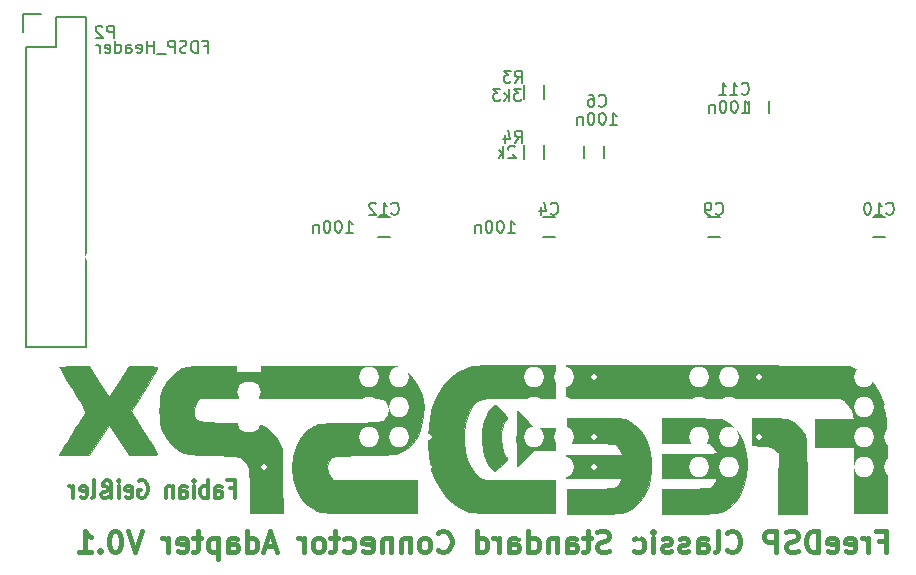
<source format=gbo>
G04 #@! TF.FileFunction,Legend,Bot*
%FSLAX46Y46*%
G04 Gerber Fmt 4.6, Leading zero omitted, Abs format (unit mm)*
G04 Created by KiCad (PCBNEW (2015-07-22 BZR 5980)-product) date Montag, 16. Mai 2016 'u53' 14:53:15*
%MOMM*%
G01*
G04 APERTURE LIST*
%ADD10C,0.100000*%
%ADD11C,0.400000*%
%ADD12C,0.300000*%
%ADD13C,0.150000*%
%ADD14C,5.000000*%
%ADD15C,0.500000*%
%ADD16C,1.000000*%
%ADD17C,1.501140*%
%ADD18R,1.500000X1.250000*%
%ADD19R,1.250000X1.500000*%
%ADD20C,1.699260*%
%ADD21R,1.699260X1.699260*%
%ADD22R,1.727200X2.032000*%
%ADD23O,1.727200X2.032000*%
%ADD24R,2.032000X1.727200*%
%ADD25O,2.032000X1.727200*%
%ADD26R,2.540000X2.540000*%
%ADD27C,2.540000*%
%ADD28R,1.727200X1.727200*%
%ADD29O,1.727200X1.727200*%
%ADD30R,1.300000X1.500000*%
%ADD31O,1.600000X2.300000*%
G04 APERTURE END LIST*
D10*
D11*
X218426284Y-107821429D02*
X219026284Y-107821429D01*
X219026284Y-108764286D02*
X219026284Y-106964286D01*
X218169141Y-106964286D01*
X217483427Y-108764286D02*
X217483427Y-107564286D01*
X217483427Y-107907143D02*
X217397712Y-107735714D01*
X217311998Y-107650000D01*
X217140569Y-107564286D01*
X216969141Y-107564286D01*
X215683426Y-108678571D02*
X215854855Y-108764286D01*
X216197712Y-108764286D01*
X216369141Y-108678571D01*
X216454855Y-108507143D01*
X216454855Y-107821429D01*
X216369141Y-107650000D01*
X216197712Y-107564286D01*
X215854855Y-107564286D01*
X215683426Y-107650000D01*
X215597712Y-107821429D01*
X215597712Y-107992857D01*
X216454855Y-108164286D01*
X214140569Y-108678571D02*
X214311998Y-108764286D01*
X214654855Y-108764286D01*
X214826284Y-108678571D01*
X214911998Y-108507143D01*
X214911998Y-107821429D01*
X214826284Y-107650000D01*
X214654855Y-107564286D01*
X214311998Y-107564286D01*
X214140569Y-107650000D01*
X214054855Y-107821429D01*
X214054855Y-107992857D01*
X214911998Y-108164286D01*
X213283427Y-108764286D02*
X213283427Y-106964286D01*
X212854855Y-106964286D01*
X212597712Y-107050000D01*
X212426284Y-107221429D01*
X212340569Y-107392857D01*
X212254855Y-107735714D01*
X212254855Y-107992857D01*
X212340569Y-108335714D01*
X212426284Y-108507143D01*
X212597712Y-108678571D01*
X212854855Y-108764286D01*
X213283427Y-108764286D01*
X211569141Y-108678571D02*
X211311998Y-108764286D01*
X210883427Y-108764286D01*
X210711998Y-108678571D01*
X210626284Y-108592857D01*
X210540569Y-108421429D01*
X210540569Y-108250000D01*
X210626284Y-108078571D01*
X210711998Y-107992857D01*
X210883427Y-107907143D01*
X211226284Y-107821429D01*
X211397712Y-107735714D01*
X211483427Y-107650000D01*
X211569141Y-107478571D01*
X211569141Y-107307143D01*
X211483427Y-107135714D01*
X211397712Y-107050000D01*
X211226284Y-106964286D01*
X210797712Y-106964286D01*
X210540569Y-107050000D01*
X209769141Y-108764286D02*
X209769141Y-106964286D01*
X209083426Y-106964286D01*
X208911998Y-107050000D01*
X208826283Y-107135714D01*
X208740569Y-107307143D01*
X208740569Y-107564286D01*
X208826283Y-107735714D01*
X208911998Y-107821429D01*
X209083426Y-107907143D01*
X209769141Y-107907143D01*
X205569140Y-108592857D02*
X205654854Y-108678571D01*
X205911997Y-108764286D01*
X206083426Y-108764286D01*
X206340569Y-108678571D01*
X206511997Y-108507143D01*
X206597712Y-108335714D01*
X206683426Y-107992857D01*
X206683426Y-107735714D01*
X206597712Y-107392857D01*
X206511997Y-107221429D01*
X206340569Y-107050000D01*
X206083426Y-106964286D01*
X205911997Y-106964286D01*
X205654854Y-107050000D01*
X205569140Y-107135714D01*
X204540569Y-108764286D02*
X204711997Y-108678571D01*
X204797712Y-108507143D01*
X204797712Y-106964286D01*
X203083426Y-108764286D02*
X203083426Y-107821429D01*
X203169140Y-107650000D01*
X203340569Y-107564286D01*
X203683426Y-107564286D01*
X203854855Y-107650000D01*
X203083426Y-108678571D02*
X203254855Y-108764286D01*
X203683426Y-108764286D01*
X203854855Y-108678571D01*
X203940569Y-108507143D01*
X203940569Y-108335714D01*
X203854855Y-108164286D01*
X203683426Y-108078571D01*
X203254855Y-108078571D01*
X203083426Y-107992857D01*
X202311998Y-108678571D02*
X202140569Y-108764286D01*
X201797712Y-108764286D01*
X201626284Y-108678571D01*
X201540569Y-108507143D01*
X201540569Y-108421429D01*
X201626284Y-108250000D01*
X201797712Y-108164286D01*
X202054855Y-108164286D01*
X202226284Y-108078571D01*
X202311998Y-107907143D01*
X202311998Y-107821429D01*
X202226284Y-107650000D01*
X202054855Y-107564286D01*
X201797712Y-107564286D01*
X201626284Y-107650000D01*
X200854855Y-108678571D02*
X200683426Y-108764286D01*
X200340569Y-108764286D01*
X200169141Y-108678571D01*
X200083426Y-108507143D01*
X200083426Y-108421429D01*
X200169141Y-108250000D01*
X200340569Y-108164286D01*
X200597712Y-108164286D01*
X200769141Y-108078571D01*
X200854855Y-107907143D01*
X200854855Y-107821429D01*
X200769141Y-107650000D01*
X200597712Y-107564286D01*
X200340569Y-107564286D01*
X200169141Y-107650000D01*
X199311998Y-108764286D02*
X199311998Y-107564286D01*
X199311998Y-106964286D02*
X199397712Y-107050000D01*
X199311998Y-107135714D01*
X199226283Y-107050000D01*
X199311998Y-106964286D01*
X199311998Y-107135714D01*
X197683426Y-108678571D02*
X197854855Y-108764286D01*
X198197712Y-108764286D01*
X198369140Y-108678571D01*
X198454855Y-108592857D01*
X198540569Y-108421429D01*
X198540569Y-107907143D01*
X198454855Y-107735714D01*
X198369140Y-107650000D01*
X198197712Y-107564286D01*
X197854855Y-107564286D01*
X197683426Y-107650000D01*
X195626283Y-108678571D02*
X195369140Y-108764286D01*
X194940569Y-108764286D01*
X194769140Y-108678571D01*
X194683426Y-108592857D01*
X194597711Y-108421429D01*
X194597711Y-108250000D01*
X194683426Y-108078571D01*
X194769140Y-107992857D01*
X194940569Y-107907143D01*
X195283426Y-107821429D01*
X195454854Y-107735714D01*
X195540569Y-107650000D01*
X195626283Y-107478571D01*
X195626283Y-107307143D01*
X195540569Y-107135714D01*
X195454854Y-107050000D01*
X195283426Y-106964286D01*
X194854854Y-106964286D01*
X194597711Y-107050000D01*
X194083425Y-107564286D02*
X193397711Y-107564286D01*
X193826283Y-106964286D02*
X193826283Y-108507143D01*
X193740568Y-108678571D01*
X193569140Y-108764286D01*
X193397711Y-108764286D01*
X192026283Y-108764286D02*
X192026283Y-107821429D01*
X192111997Y-107650000D01*
X192283426Y-107564286D01*
X192626283Y-107564286D01*
X192797712Y-107650000D01*
X192026283Y-108678571D02*
X192197712Y-108764286D01*
X192626283Y-108764286D01*
X192797712Y-108678571D01*
X192883426Y-108507143D01*
X192883426Y-108335714D01*
X192797712Y-108164286D01*
X192626283Y-108078571D01*
X192197712Y-108078571D01*
X192026283Y-107992857D01*
X191169141Y-107564286D02*
X191169141Y-108764286D01*
X191169141Y-107735714D02*
X191083426Y-107650000D01*
X190911998Y-107564286D01*
X190654855Y-107564286D01*
X190483426Y-107650000D01*
X190397712Y-107821429D01*
X190397712Y-108764286D01*
X188769141Y-108764286D02*
X188769141Y-106964286D01*
X188769141Y-108678571D02*
X188940570Y-108764286D01*
X189283427Y-108764286D01*
X189454855Y-108678571D01*
X189540570Y-108592857D01*
X189626284Y-108421429D01*
X189626284Y-107907143D01*
X189540570Y-107735714D01*
X189454855Y-107650000D01*
X189283427Y-107564286D01*
X188940570Y-107564286D01*
X188769141Y-107650000D01*
X187140570Y-108764286D02*
X187140570Y-107821429D01*
X187226284Y-107650000D01*
X187397713Y-107564286D01*
X187740570Y-107564286D01*
X187911999Y-107650000D01*
X187140570Y-108678571D02*
X187311999Y-108764286D01*
X187740570Y-108764286D01*
X187911999Y-108678571D01*
X187997713Y-108507143D01*
X187997713Y-108335714D01*
X187911999Y-108164286D01*
X187740570Y-108078571D01*
X187311999Y-108078571D01*
X187140570Y-107992857D01*
X186283428Y-108764286D02*
X186283428Y-107564286D01*
X186283428Y-107907143D02*
X186197713Y-107735714D01*
X186111999Y-107650000D01*
X185940570Y-107564286D01*
X185769142Y-107564286D01*
X184397713Y-108764286D02*
X184397713Y-106964286D01*
X184397713Y-108678571D02*
X184569142Y-108764286D01*
X184911999Y-108764286D01*
X185083427Y-108678571D01*
X185169142Y-108592857D01*
X185254856Y-108421429D01*
X185254856Y-107907143D01*
X185169142Y-107735714D01*
X185083427Y-107650000D01*
X184911999Y-107564286D01*
X184569142Y-107564286D01*
X184397713Y-107650000D01*
X181140570Y-108592857D02*
X181226284Y-108678571D01*
X181483427Y-108764286D01*
X181654856Y-108764286D01*
X181911999Y-108678571D01*
X182083427Y-108507143D01*
X182169142Y-108335714D01*
X182254856Y-107992857D01*
X182254856Y-107735714D01*
X182169142Y-107392857D01*
X182083427Y-107221429D01*
X181911999Y-107050000D01*
X181654856Y-106964286D01*
X181483427Y-106964286D01*
X181226284Y-107050000D01*
X181140570Y-107135714D01*
X180111999Y-108764286D02*
X180283427Y-108678571D01*
X180369142Y-108592857D01*
X180454856Y-108421429D01*
X180454856Y-107907143D01*
X180369142Y-107735714D01*
X180283427Y-107650000D01*
X180111999Y-107564286D01*
X179854856Y-107564286D01*
X179683427Y-107650000D01*
X179597713Y-107735714D01*
X179511999Y-107907143D01*
X179511999Y-108421429D01*
X179597713Y-108592857D01*
X179683427Y-108678571D01*
X179854856Y-108764286D01*
X180111999Y-108764286D01*
X178740571Y-107564286D02*
X178740571Y-108764286D01*
X178740571Y-107735714D02*
X178654856Y-107650000D01*
X178483428Y-107564286D01*
X178226285Y-107564286D01*
X178054856Y-107650000D01*
X177969142Y-107821429D01*
X177969142Y-108764286D01*
X177112000Y-107564286D02*
X177112000Y-108764286D01*
X177112000Y-107735714D02*
X177026285Y-107650000D01*
X176854857Y-107564286D01*
X176597714Y-107564286D01*
X176426285Y-107650000D01*
X176340571Y-107821429D01*
X176340571Y-108764286D01*
X174797714Y-108678571D02*
X174969143Y-108764286D01*
X175312000Y-108764286D01*
X175483429Y-108678571D01*
X175569143Y-108507143D01*
X175569143Y-107821429D01*
X175483429Y-107650000D01*
X175312000Y-107564286D01*
X174969143Y-107564286D01*
X174797714Y-107650000D01*
X174712000Y-107821429D01*
X174712000Y-107992857D01*
X175569143Y-108164286D01*
X173169143Y-108678571D02*
X173340572Y-108764286D01*
X173683429Y-108764286D01*
X173854857Y-108678571D01*
X173940572Y-108592857D01*
X174026286Y-108421429D01*
X174026286Y-107907143D01*
X173940572Y-107735714D01*
X173854857Y-107650000D01*
X173683429Y-107564286D01*
X173340572Y-107564286D01*
X173169143Y-107650000D01*
X172654857Y-107564286D02*
X171969143Y-107564286D01*
X172397715Y-106964286D02*
X172397715Y-108507143D01*
X172312000Y-108678571D01*
X172140572Y-108764286D01*
X171969143Y-108764286D01*
X171112001Y-108764286D02*
X171283429Y-108678571D01*
X171369144Y-108592857D01*
X171454858Y-108421429D01*
X171454858Y-107907143D01*
X171369144Y-107735714D01*
X171283429Y-107650000D01*
X171112001Y-107564286D01*
X170854858Y-107564286D01*
X170683429Y-107650000D01*
X170597715Y-107735714D01*
X170512001Y-107907143D01*
X170512001Y-108421429D01*
X170597715Y-108592857D01*
X170683429Y-108678571D01*
X170854858Y-108764286D01*
X171112001Y-108764286D01*
X169740573Y-108764286D02*
X169740573Y-107564286D01*
X169740573Y-107907143D02*
X169654858Y-107735714D01*
X169569144Y-107650000D01*
X169397715Y-107564286D01*
X169226287Y-107564286D01*
X167340572Y-108250000D02*
X166483429Y-108250000D01*
X167512000Y-108764286D02*
X166912000Y-106964286D01*
X166312000Y-108764286D01*
X164940572Y-108764286D02*
X164940572Y-106964286D01*
X164940572Y-108678571D02*
X165112001Y-108764286D01*
X165454858Y-108764286D01*
X165626286Y-108678571D01*
X165712001Y-108592857D01*
X165797715Y-108421429D01*
X165797715Y-107907143D01*
X165712001Y-107735714D01*
X165626286Y-107650000D01*
X165454858Y-107564286D01*
X165112001Y-107564286D01*
X164940572Y-107650000D01*
X163312001Y-108764286D02*
X163312001Y-107821429D01*
X163397715Y-107650000D01*
X163569144Y-107564286D01*
X163912001Y-107564286D01*
X164083430Y-107650000D01*
X163312001Y-108678571D02*
X163483430Y-108764286D01*
X163912001Y-108764286D01*
X164083430Y-108678571D01*
X164169144Y-108507143D01*
X164169144Y-108335714D01*
X164083430Y-108164286D01*
X163912001Y-108078571D01*
X163483430Y-108078571D01*
X163312001Y-107992857D01*
X162454859Y-107564286D02*
X162454859Y-109364286D01*
X162454859Y-107650000D02*
X162283430Y-107564286D01*
X161940573Y-107564286D01*
X161769144Y-107650000D01*
X161683430Y-107735714D01*
X161597716Y-107907143D01*
X161597716Y-108421429D01*
X161683430Y-108592857D01*
X161769144Y-108678571D01*
X161940573Y-108764286D01*
X162283430Y-108764286D01*
X162454859Y-108678571D01*
X161083430Y-107564286D02*
X160397716Y-107564286D01*
X160826288Y-106964286D02*
X160826288Y-108507143D01*
X160740573Y-108678571D01*
X160569145Y-108764286D01*
X160397716Y-108764286D01*
X159112002Y-108678571D02*
X159283431Y-108764286D01*
X159626288Y-108764286D01*
X159797717Y-108678571D01*
X159883431Y-108507143D01*
X159883431Y-107821429D01*
X159797717Y-107650000D01*
X159626288Y-107564286D01*
X159283431Y-107564286D01*
X159112002Y-107650000D01*
X159026288Y-107821429D01*
X159026288Y-107992857D01*
X159883431Y-108164286D01*
X158254860Y-108764286D02*
X158254860Y-107564286D01*
X158254860Y-107907143D02*
X158169145Y-107735714D01*
X158083431Y-107650000D01*
X157912002Y-107564286D01*
X157740574Y-107564286D01*
X156026287Y-106964286D02*
X155426287Y-108764286D01*
X154826287Y-106964286D01*
X153883430Y-106964286D02*
X153712002Y-106964286D01*
X153540573Y-107050000D01*
X153454859Y-107135714D01*
X153369145Y-107307143D01*
X153283430Y-107650000D01*
X153283430Y-108078571D01*
X153369145Y-108421429D01*
X153454859Y-108592857D01*
X153540573Y-108678571D01*
X153712002Y-108764286D01*
X153883430Y-108764286D01*
X154054859Y-108678571D01*
X154140573Y-108592857D01*
X154226288Y-108421429D01*
X154312002Y-108078571D01*
X154312002Y-107650000D01*
X154226288Y-107307143D01*
X154140573Y-107135714D01*
X154054859Y-107050000D01*
X153883430Y-106964286D01*
X152512002Y-108592857D02*
X152426287Y-108678571D01*
X152512002Y-108764286D01*
X152597716Y-108678571D01*
X152512002Y-108592857D01*
X152512002Y-108764286D01*
X150712001Y-108764286D02*
X151740573Y-108764286D01*
X151226287Y-108764286D02*
X151226287Y-106964286D01*
X151397716Y-107221429D01*
X151569144Y-107392857D01*
X151740573Y-107478571D01*
D12*
X163472000Y-103397857D02*
X163905333Y-103397857D01*
X163905333Y-104183571D02*
X163905333Y-102683571D01*
X163286286Y-102683571D01*
X162233904Y-104183571D02*
X162233904Y-103397857D01*
X162295809Y-103255000D01*
X162419619Y-103183571D01*
X162667238Y-103183571D01*
X162791047Y-103255000D01*
X162233904Y-104112143D02*
X162357714Y-104183571D01*
X162667238Y-104183571D01*
X162791047Y-104112143D01*
X162852952Y-103969286D01*
X162852952Y-103826429D01*
X162791047Y-103683571D01*
X162667238Y-103612143D01*
X162357714Y-103612143D01*
X162233904Y-103540714D01*
X161614857Y-104183571D02*
X161614857Y-102683571D01*
X161614857Y-103255000D02*
X161491048Y-103183571D01*
X161243429Y-103183571D01*
X161119619Y-103255000D01*
X161057714Y-103326429D01*
X160995810Y-103469286D01*
X160995810Y-103897857D01*
X161057714Y-104040714D01*
X161119619Y-104112143D01*
X161243429Y-104183571D01*
X161491048Y-104183571D01*
X161614857Y-104112143D01*
X160438667Y-104183571D02*
X160438667Y-103183571D01*
X160438667Y-102683571D02*
X160500572Y-102755000D01*
X160438667Y-102826429D01*
X160376762Y-102755000D01*
X160438667Y-102683571D01*
X160438667Y-102826429D01*
X159262476Y-104183571D02*
X159262476Y-103397857D01*
X159324381Y-103255000D01*
X159448191Y-103183571D01*
X159695810Y-103183571D01*
X159819619Y-103255000D01*
X159262476Y-104112143D02*
X159386286Y-104183571D01*
X159695810Y-104183571D01*
X159819619Y-104112143D01*
X159881524Y-103969286D01*
X159881524Y-103826429D01*
X159819619Y-103683571D01*
X159695810Y-103612143D01*
X159386286Y-103612143D01*
X159262476Y-103540714D01*
X158643429Y-103183571D02*
X158643429Y-104183571D01*
X158643429Y-103326429D02*
X158581524Y-103255000D01*
X158457715Y-103183571D01*
X158272001Y-103183571D01*
X158148191Y-103255000D01*
X158086286Y-103397857D01*
X158086286Y-104183571D01*
X155795811Y-102755000D02*
X155919620Y-102683571D01*
X156105335Y-102683571D01*
X156291049Y-102755000D01*
X156414858Y-102897857D01*
X156476763Y-103040714D01*
X156538668Y-103326429D01*
X156538668Y-103540714D01*
X156476763Y-103826429D01*
X156414858Y-103969286D01*
X156291049Y-104112143D01*
X156105335Y-104183571D01*
X155981525Y-104183571D01*
X155795811Y-104112143D01*
X155733906Y-104040714D01*
X155733906Y-103540714D01*
X155981525Y-103540714D01*
X154681525Y-104112143D02*
X154805335Y-104183571D01*
X155052954Y-104183571D01*
X155176763Y-104112143D01*
X155238668Y-103969286D01*
X155238668Y-103397857D01*
X155176763Y-103255000D01*
X155052954Y-103183571D01*
X154805335Y-103183571D01*
X154681525Y-103255000D01*
X154619620Y-103397857D01*
X154619620Y-103540714D01*
X155238668Y-103683571D01*
X154062477Y-104183571D02*
X154062477Y-103183571D01*
X154062477Y-102683571D02*
X154124382Y-102755000D01*
X154062477Y-102826429D01*
X154000572Y-102755000D01*
X154062477Y-102683571D01*
X154062477Y-102826429D01*
X153443429Y-104183571D02*
X153443429Y-102969286D01*
X153381524Y-102826429D01*
X153319620Y-102755000D01*
X153195810Y-102683571D01*
X153010096Y-102683571D01*
X152886286Y-102755000D01*
X152824382Y-102826429D01*
X152762477Y-102969286D01*
X152762477Y-103183571D01*
X152948191Y-103183571D01*
X153072001Y-103255000D01*
X153133905Y-103397857D01*
X153133905Y-103469286D01*
X153072001Y-103612143D01*
X152948191Y-103683571D01*
X152762477Y-103683571D01*
X152638667Y-103755000D01*
X152576763Y-103897857D01*
X152576763Y-103969286D01*
X152638667Y-104112143D01*
X152762477Y-104183571D01*
X153010096Y-104183571D01*
X153133905Y-104112143D01*
X151833905Y-104183571D02*
X151957714Y-104112143D01*
X152019619Y-103969286D01*
X152019619Y-102683571D01*
X150843429Y-104112143D02*
X150967239Y-104183571D01*
X151214858Y-104183571D01*
X151338667Y-104112143D01*
X151400572Y-103969286D01*
X151400572Y-103397857D01*
X151338667Y-103255000D01*
X151214858Y-103183571D01*
X150967239Y-103183571D01*
X150843429Y-103255000D01*
X150781524Y-103397857D01*
X150781524Y-103540714D01*
X151400572Y-103683571D01*
X150224381Y-104183571D02*
X150224381Y-103183571D01*
X150224381Y-103469286D02*
X150162476Y-103326429D01*
X150100572Y-103255000D01*
X149976762Y-103183571D01*
X149852953Y-103183571D01*
D10*
G36*
X207670400Y-99745718D02*
X208539148Y-99791316D01*
X208975901Y-99820517D01*
X209264367Y-99862844D01*
X209459447Y-99933707D01*
X209616040Y-100048516D01*
X209682148Y-100112151D01*
X209956400Y-100387389D01*
X209926159Y-102974894D01*
X209895918Y-105562400D01*
X211125239Y-105562400D01*
X212354561Y-105562400D01*
X212323881Y-102336600D01*
X212314831Y-101439406D01*
X212305498Y-100721734D01*
X212294217Y-100159913D01*
X212279325Y-99730269D01*
X212259159Y-99409131D01*
X212232055Y-99172824D01*
X212196349Y-98997677D01*
X212150379Y-98860017D01*
X212092480Y-98736172D01*
X212067549Y-98688827D01*
X211705010Y-98189987D01*
X211229015Y-97796131D01*
X210697880Y-97554688D01*
X210661148Y-97544973D01*
X210386154Y-97501611D01*
X209966124Y-97466232D01*
X209459178Y-97442585D01*
X208946210Y-97434399D01*
X207670400Y-97434400D01*
X207670400Y-98590059D01*
X207670400Y-99745718D01*
X207670400Y-99745718D01*
X207670400Y-99745718D01*
G37*
X207670400Y-99745718D02*
X208539148Y-99791316D01*
X208975901Y-99820517D01*
X209264367Y-99862844D01*
X209459447Y-99933707D01*
X209616040Y-100048516D01*
X209682148Y-100112151D01*
X209956400Y-100387389D01*
X209926159Y-102974894D01*
X209895918Y-105562400D01*
X211125239Y-105562400D01*
X212354561Y-105562400D01*
X212323881Y-102336600D01*
X212314831Y-101439406D01*
X212305498Y-100721734D01*
X212294217Y-100159913D01*
X212279325Y-99730269D01*
X212259159Y-99409131D01*
X212232055Y-99172824D01*
X212196349Y-98997677D01*
X212150379Y-98860017D01*
X212092480Y-98736172D01*
X212067549Y-98688827D01*
X211705010Y-98189987D01*
X211229015Y-97796131D01*
X210697880Y-97554688D01*
X210661148Y-97544973D01*
X210386154Y-97501611D01*
X209966124Y-97466232D01*
X209459178Y-97442585D01*
X208946210Y-97434399D01*
X207670400Y-97434400D01*
X207670400Y-98590059D01*
X207670400Y-99745718D01*
X207670400Y-99745718D01*
G36*
X200050400Y-105562400D02*
X202311000Y-105555323D01*
X203144327Y-105548759D01*
X203800244Y-105533907D01*
X204304429Y-105509288D01*
X204682557Y-105473422D01*
X204960307Y-105424828D01*
X205065370Y-105396592D01*
X205601369Y-105133078D01*
X206037624Y-104766453D01*
X206580589Y-104081318D01*
X206965482Y-103273944D01*
X207189475Y-102353203D01*
X207249736Y-101327967D01*
X207235954Y-101008839D01*
X207096421Y-100036902D01*
X206814231Y-99200843D01*
X206391938Y-98505659D01*
X205832095Y-97956346D01*
X205592390Y-97792177D01*
X205096196Y-97485200D01*
X202573298Y-97454833D01*
X200050400Y-97424467D01*
X200050400Y-98496233D01*
X200050400Y-99568000D01*
X202071876Y-99568000D01*
X204093351Y-99568000D01*
X204408676Y-99927135D01*
X204596040Y-100159850D01*
X204709001Y-100337426D01*
X204724000Y-100384335D01*
X204625131Y-100416674D01*
X204339318Y-100443318D01*
X203882756Y-100463588D01*
X203271642Y-100476803D01*
X202522169Y-100482285D01*
X202387200Y-100482400D01*
X200050400Y-100482400D01*
X200050400Y-101498400D01*
X200050400Y-102514400D01*
X202387200Y-102514400D01*
X203051840Y-102516909D01*
X203642963Y-102523946D01*
X204132207Y-102534777D01*
X204491210Y-102548667D01*
X204691610Y-102564881D01*
X204724000Y-102574923D01*
X204655101Y-102765348D01*
X204488551Y-103006543D01*
X204284572Y-103221346D01*
X204143628Y-103318542D01*
X203949744Y-103358891D01*
X203577366Y-103391224D01*
X203051089Y-103414289D01*
X202395508Y-103426835D01*
X201976020Y-103428800D01*
X200050400Y-103428800D01*
X200050400Y-104495600D01*
X200050400Y-105562400D01*
X200050400Y-105562400D01*
X200050400Y-105562400D01*
G37*
X200050400Y-105562400D02*
X202311000Y-105555323D01*
X203144327Y-105548759D01*
X203800244Y-105533907D01*
X204304429Y-105509288D01*
X204682557Y-105473422D01*
X204960307Y-105424828D01*
X205065370Y-105396592D01*
X205601369Y-105133078D01*
X206037624Y-104766453D01*
X206580589Y-104081318D01*
X206965482Y-103273944D01*
X207189475Y-102353203D01*
X207249736Y-101327967D01*
X207235954Y-101008839D01*
X207096421Y-100036902D01*
X206814231Y-99200843D01*
X206391938Y-98505659D01*
X205832095Y-97956346D01*
X205592390Y-97792177D01*
X205096196Y-97485200D01*
X202573298Y-97454833D01*
X200050400Y-97424467D01*
X200050400Y-98496233D01*
X200050400Y-99568000D01*
X202071876Y-99568000D01*
X204093351Y-99568000D01*
X204408676Y-99927135D01*
X204596040Y-100159850D01*
X204709001Y-100337426D01*
X204724000Y-100384335D01*
X204625131Y-100416674D01*
X204339318Y-100443318D01*
X203882756Y-100463588D01*
X203271642Y-100476803D01*
X202522169Y-100482285D01*
X202387200Y-100482400D01*
X200050400Y-100482400D01*
X200050400Y-101498400D01*
X200050400Y-102514400D01*
X202387200Y-102514400D01*
X203051840Y-102516909D01*
X203642963Y-102523946D01*
X204132207Y-102534777D01*
X204491210Y-102548667D01*
X204691610Y-102564881D01*
X204724000Y-102574923D01*
X204655101Y-102765348D01*
X204488551Y-103006543D01*
X204284572Y-103221346D01*
X204143628Y-103318542D01*
X203949744Y-103358891D01*
X203577366Y-103391224D01*
X203051089Y-103414289D01*
X202395508Y-103426835D01*
X201976020Y-103428800D01*
X200050400Y-103428800D01*
X200050400Y-104495600D01*
X200050400Y-105562400D01*
X200050400Y-105562400D01*
G36*
X191922400Y-102514400D02*
X194312610Y-102514400D01*
X196702819Y-102514400D01*
X196548390Y-102813032D01*
X196435131Y-103013980D01*
X196311873Y-103165739D01*
X196149941Y-103275192D01*
X195920658Y-103349220D01*
X195595348Y-103394704D01*
X195145335Y-103418529D01*
X194541943Y-103427574D01*
X193982594Y-103428800D01*
X192024000Y-103428800D01*
X192024000Y-104495600D01*
X192024000Y-105562400D01*
X194284600Y-105557940D01*
X195127792Y-105552045D01*
X195788964Y-105537312D01*
X196289150Y-105512594D01*
X196649384Y-105476748D01*
X196890700Y-105428628D01*
X196937770Y-105413535D01*
X197599013Y-105072137D01*
X198164012Y-104561337D01*
X198618376Y-103897716D01*
X198947713Y-103097857D01*
X198947808Y-103097541D01*
X199070867Y-102504660D01*
X199128629Y-101800885D01*
X199123004Y-101054335D01*
X199055902Y-100333131D01*
X198929235Y-99705392D01*
X198845570Y-99451455D01*
X198521899Y-98833353D01*
X198077642Y-98279866D01*
X197561159Y-97845193D01*
X197260272Y-97674744D01*
X197087913Y-97598554D01*
X196920772Y-97540574D01*
X196728894Y-97498307D01*
X196482326Y-97469261D01*
X196151114Y-97450939D01*
X195705303Y-97440847D01*
X195114940Y-97436492D01*
X194386200Y-97435392D01*
X192024000Y-97434400D01*
X192024000Y-98501200D01*
X192024000Y-99568000D01*
X193961080Y-99568000D01*
X194641199Y-99573522D01*
X195223986Y-99589164D01*
X195681221Y-99613537D01*
X195984683Y-99645252D01*
X196094348Y-99672997D01*
X196261495Y-99826578D01*
X196442704Y-100084008D01*
X196496134Y-100180997D01*
X196701730Y-100584000D01*
X194312065Y-100584000D01*
X191922400Y-100584000D01*
X191922400Y-101549200D01*
X191922400Y-102514400D01*
X191922400Y-102514400D01*
X191922400Y-102514400D01*
G37*
X191922400Y-102514400D02*
X194312610Y-102514400D01*
X196702819Y-102514400D01*
X196548390Y-102813032D01*
X196435131Y-103013980D01*
X196311873Y-103165739D01*
X196149941Y-103275192D01*
X195920658Y-103349220D01*
X195595348Y-103394704D01*
X195145335Y-103418529D01*
X194541943Y-103427574D01*
X193982594Y-103428800D01*
X192024000Y-103428800D01*
X192024000Y-104495600D01*
X192024000Y-105562400D01*
X194284600Y-105557940D01*
X195127792Y-105552045D01*
X195788964Y-105537312D01*
X196289150Y-105512594D01*
X196649384Y-105476748D01*
X196890700Y-105428628D01*
X196937770Y-105413535D01*
X197599013Y-105072137D01*
X198164012Y-104561337D01*
X198618376Y-103897716D01*
X198947713Y-103097857D01*
X198947808Y-103097541D01*
X199070867Y-102504660D01*
X199128629Y-101800885D01*
X199123004Y-101054335D01*
X199055902Y-100333131D01*
X198929235Y-99705392D01*
X198845570Y-99451455D01*
X198521899Y-98833353D01*
X198077642Y-98279866D01*
X197561159Y-97845193D01*
X197260272Y-97674744D01*
X197087913Y-97598554D01*
X196920772Y-97540574D01*
X196728894Y-97498307D01*
X196482326Y-97469261D01*
X196151114Y-97450939D01*
X195705303Y-97440847D01*
X195114940Y-97436492D01*
X194386200Y-97435392D01*
X192024000Y-97434400D01*
X192024000Y-98501200D01*
X192024000Y-99568000D01*
X193961080Y-99568000D01*
X194641199Y-99573522D01*
X195223986Y-99589164D01*
X195681221Y-99613537D01*
X195984683Y-99645252D01*
X196094348Y-99672997D01*
X196261495Y-99826578D01*
X196442704Y-100084008D01*
X196496134Y-100180997D01*
X196701730Y-100584000D01*
X194312065Y-100584000D01*
X191922400Y-100584000D01*
X191922400Y-101549200D01*
X191922400Y-102514400D01*
X191922400Y-102514400D01*
G36*
X191922400Y-95707200D02*
X203540576Y-95707200D01*
X215158751Y-95707200D01*
X215495138Y-95935800D01*
X215854163Y-96290610D01*
X216121661Y-96781021D01*
X216241837Y-97205800D01*
X216301320Y-97536000D01*
X214678260Y-97536000D01*
X213055200Y-97536000D01*
X213055200Y-98704400D01*
X213055200Y-99872800D01*
X214680800Y-99872800D01*
X216306400Y-99872800D01*
X216306400Y-102666800D01*
X216306400Y-105460800D01*
X217728800Y-105460800D01*
X219151200Y-105460800D01*
X219150332Y-102285800D01*
X219141798Y-100837521D01*
X219116798Y-99584878D01*
X219074958Y-98520946D01*
X219015907Y-97638800D01*
X218939271Y-96931514D01*
X218844680Y-96392163D01*
X218830201Y-96330557D01*
X218513692Y-95387004D01*
X218061243Y-94581641D01*
X217479860Y-93923959D01*
X216776550Y-93423446D01*
X216625846Y-93344993D01*
X215955185Y-93014800D01*
X203938793Y-92987377D01*
X191922400Y-92959955D01*
X191922400Y-94333577D01*
X191922400Y-95707200D01*
X191922400Y-95707200D01*
X191922400Y-95707200D01*
G37*
X191922400Y-95707200D02*
X203540576Y-95707200D01*
X215158751Y-95707200D01*
X215495138Y-95935800D01*
X215854163Y-96290610D01*
X216121661Y-96781021D01*
X216241837Y-97205800D01*
X216301320Y-97536000D01*
X214678260Y-97536000D01*
X213055200Y-97536000D01*
X213055200Y-98704400D01*
X213055200Y-99872800D01*
X214680800Y-99872800D01*
X216306400Y-99872800D01*
X216306400Y-102666800D01*
X216306400Y-105460800D01*
X217728800Y-105460800D01*
X219151200Y-105460800D01*
X219150332Y-102285800D01*
X219141798Y-100837521D01*
X219116798Y-99584878D01*
X219074958Y-98520946D01*
X219015907Y-97638800D01*
X218939271Y-96931514D01*
X218844680Y-96392163D01*
X218830201Y-96330557D01*
X218513692Y-95387004D01*
X218061243Y-94581641D01*
X217479860Y-93923959D01*
X216776550Y-93423446D01*
X216625846Y-93344993D01*
X215955185Y-93014800D01*
X203938793Y-92987377D01*
X191922400Y-92959955D01*
X191922400Y-94333577D01*
X191922400Y-95707200D01*
X191922400Y-95707200D01*
G36*
X180278501Y-98989248D02*
X180280189Y-99806426D01*
X180323974Y-100583342D01*
X180410438Y-101260111D01*
X180474721Y-101561445D01*
X180801628Y-102529764D01*
X181251487Y-103395299D01*
X181806900Y-104136236D01*
X182450466Y-104730762D01*
X183164786Y-105157063D01*
X183426228Y-105261762D01*
X183592392Y-105315465D01*
X183768677Y-105358599D01*
X183978512Y-105392309D01*
X184245327Y-105417739D01*
X184592550Y-105436035D01*
X185043610Y-105448341D01*
X185621937Y-105455801D01*
X186350960Y-105459561D01*
X187254107Y-105460764D01*
X187500262Y-105460800D01*
X191008000Y-105460800D01*
X191008000Y-104089200D01*
X191008000Y-102717600D01*
X188036200Y-102715928D01*
X187179897Y-102714958D01*
X186502027Y-102711990D01*
X185977822Y-102705326D01*
X185582516Y-102693271D01*
X185291341Y-102674126D01*
X185079530Y-102646196D01*
X184922317Y-102607783D01*
X184794934Y-102557191D01*
X184672615Y-102492722D01*
X184658000Y-102484482D01*
X184219842Y-102126264D01*
X183862503Y-101614022D01*
X183589659Y-100981721D01*
X183404987Y-100263324D01*
X183312162Y-99492795D01*
X183314862Y-98704097D01*
X183416761Y-97931196D01*
X183621538Y-97208054D01*
X183932866Y-96568634D01*
X184005649Y-96457549D01*
X184149788Y-96256282D01*
X184291445Y-96094647D01*
X184453741Y-95968303D01*
X184659800Y-95872905D01*
X184932745Y-95804111D01*
X185295699Y-95757579D01*
X185771783Y-95728965D01*
X186384121Y-95713926D01*
X187155835Y-95708120D01*
X188000755Y-95707199D01*
X191008000Y-95707200D01*
X191008000Y-94335600D01*
X191008000Y-92964000D01*
X187615103Y-92964000D01*
X186680971Y-92964843D01*
X185925515Y-92968190D01*
X185324213Y-92975267D01*
X184852545Y-92987302D01*
X184485989Y-93005520D01*
X184200025Y-93031147D01*
X183970132Y-93065411D01*
X183771789Y-93109537D01*
X183580475Y-93164752D01*
X183576503Y-93165993D01*
X182828775Y-93504646D01*
X182149277Y-94024658D01*
X181549216Y-94712355D01*
X181039802Y-95554062D01*
X180632243Y-96536103D01*
X180520182Y-96894973D01*
X180399081Y-97473638D01*
X180318326Y-98191691D01*
X180278501Y-98989248D01*
X180278501Y-98989248D01*
X180278501Y-98989248D01*
G37*
X180278501Y-98989248D02*
X180280189Y-99806426D01*
X180323974Y-100583342D01*
X180410438Y-101260111D01*
X180474721Y-101561445D01*
X180801628Y-102529764D01*
X181251487Y-103395299D01*
X181806900Y-104136236D01*
X182450466Y-104730762D01*
X183164786Y-105157063D01*
X183426228Y-105261762D01*
X183592392Y-105315465D01*
X183768677Y-105358599D01*
X183978512Y-105392309D01*
X184245327Y-105417739D01*
X184592550Y-105436035D01*
X185043610Y-105448341D01*
X185621937Y-105455801D01*
X186350960Y-105459561D01*
X187254107Y-105460764D01*
X187500262Y-105460800D01*
X191008000Y-105460800D01*
X191008000Y-104089200D01*
X191008000Y-102717600D01*
X188036200Y-102715928D01*
X187179897Y-102714958D01*
X186502027Y-102711990D01*
X185977822Y-102705326D01*
X185582516Y-102693271D01*
X185291341Y-102674126D01*
X185079530Y-102646196D01*
X184922317Y-102607783D01*
X184794934Y-102557191D01*
X184672615Y-102492722D01*
X184658000Y-102484482D01*
X184219842Y-102126264D01*
X183862503Y-101614022D01*
X183589659Y-100981721D01*
X183404987Y-100263324D01*
X183312162Y-99492795D01*
X183314862Y-98704097D01*
X183416761Y-97931196D01*
X183621538Y-97208054D01*
X183932866Y-96568634D01*
X184005649Y-96457549D01*
X184149788Y-96256282D01*
X184291445Y-96094647D01*
X184453741Y-95968303D01*
X184659800Y-95872905D01*
X184932745Y-95804111D01*
X185295699Y-95757579D01*
X185771783Y-95728965D01*
X186384121Y-95713926D01*
X187155835Y-95708120D01*
X188000755Y-95707199D01*
X191008000Y-95707200D01*
X191008000Y-94335600D01*
X191008000Y-92964000D01*
X187615103Y-92964000D01*
X186680971Y-92964843D01*
X185925515Y-92968190D01*
X185324213Y-92975267D01*
X184852545Y-92987302D01*
X184485989Y-93005520D01*
X184200025Y-93031147D01*
X183970132Y-93065411D01*
X183771789Y-93109537D01*
X183580475Y-93164752D01*
X183576503Y-93165993D01*
X182828775Y-93504646D01*
X182149277Y-94024658D01*
X181549216Y-94712355D01*
X181039802Y-95554062D01*
X180632243Y-96536103D01*
X180520182Y-96894973D01*
X180399081Y-97473638D01*
X180318326Y-98191691D01*
X180278501Y-98989248D01*
X180278501Y-98989248D01*
G36*
X157530800Y-96774000D02*
X157534454Y-97307285D01*
X157551156Y-97691961D01*
X157589521Y-97982570D01*
X157658160Y-98233653D01*
X157765689Y-98499754D01*
X157823360Y-98626606D01*
X158149454Y-99176448D01*
X158584577Y-99691286D01*
X159073744Y-100113979D01*
X159488751Y-100357169D01*
X159669202Y-100418023D01*
X159921615Y-100466462D01*
X160273331Y-100504889D01*
X160751688Y-100535707D01*
X161384026Y-100561321D01*
X162019327Y-100579686D01*
X162740564Y-100599502D01*
X163287694Y-100619183D01*
X163689784Y-100641936D01*
X163975898Y-100670966D01*
X164175103Y-100709479D01*
X164316464Y-100760681D01*
X164429047Y-100827777D01*
X164457727Y-100848620D01*
X164684957Y-101034300D01*
X164857129Y-101228065D01*
X164982485Y-101461198D01*
X165069264Y-101764981D01*
X165125709Y-102170696D01*
X165160059Y-102709625D01*
X165180555Y-103413051D01*
X165184270Y-103606600D01*
X165217739Y-105460800D01*
X166587330Y-105460800D01*
X167956920Y-105460800D01*
X167925460Y-102743000D01*
X167894000Y-100025200D01*
X167608408Y-99443616D01*
X167379436Y-99060093D01*
X167095497Y-98694653D01*
X166910763Y-98509330D01*
X166650983Y-98302848D01*
X166393175Y-98143308D01*
X166106791Y-98024802D01*
X165761281Y-97941426D01*
X165326097Y-97887271D01*
X164770690Y-97856433D01*
X164064512Y-97843004D01*
X163453038Y-97840800D01*
X162585405Y-97835057D01*
X161899748Y-97812722D01*
X161375039Y-97766129D01*
X160990250Y-97687614D01*
X160724354Y-97569513D01*
X160556321Y-97404163D01*
X160465126Y-97183898D01*
X160429738Y-96901056D01*
X160426400Y-96737674D01*
X160501707Y-96318588D01*
X160689432Y-96019795D01*
X160952464Y-95707200D01*
X168665032Y-95707199D01*
X170099294Y-95707291D01*
X171344187Y-95707805D01*
X172413541Y-95709106D01*
X173321187Y-95711553D01*
X174080956Y-95715511D01*
X174706677Y-95721339D01*
X175212183Y-95729401D01*
X175611303Y-95740058D01*
X175917868Y-95753672D01*
X176145709Y-95770606D01*
X176308656Y-95791220D01*
X176420541Y-95815878D01*
X176495193Y-95844940D01*
X176546443Y-95878769D01*
X176584858Y-95914457D01*
X176849190Y-96301526D01*
X176946770Y-96733814D01*
X176876689Y-97160160D01*
X176638040Y-97529404D01*
X176613931Y-97552795D01*
X176532068Y-97624552D01*
X176440699Y-97680713D01*
X176314670Y-97723765D01*
X176128825Y-97756197D01*
X175858010Y-97780497D01*
X175477070Y-97799155D01*
X174960851Y-97814659D01*
X174284198Y-97829496D01*
X173702624Y-97840800D01*
X172893212Y-97857125D01*
X172260122Y-97873081D01*
X171776496Y-97891093D01*
X171415474Y-97913585D01*
X171150199Y-97942982D01*
X170953812Y-97981710D01*
X170799453Y-98032193D01*
X170660266Y-98096856D01*
X170617519Y-98119347D01*
X169973974Y-98575471D01*
X169456291Y-99179453D01*
X169074388Y-99912277D01*
X168838185Y-100754925D01*
X168757600Y-101685254D01*
X168839720Y-102576971D01*
X169077022Y-103393148D01*
X169455926Y-104109462D01*
X169962847Y-104701588D01*
X170584204Y-105145203D01*
X170730545Y-105218424D01*
X170863043Y-105278608D01*
X170990852Y-105327806D01*
X171134964Y-105367132D01*
X171316372Y-105397698D01*
X171556069Y-105420617D01*
X171875045Y-105437001D01*
X172294293Y-105447963D01*
X172834807Y-105454614D01*
X173517577Y-105458068D01*
X174363597Y-105459437D01*
X175285400Y-105459807D01*
X179324000Y-105460800D01*
X179324000Y-104089200D01*
X179324000Y-102717600D01*
X175775375Y-102717600D01*
X172226749Y-102717600D01*
X172018845Y-102453292D01*
X171806620Y-102050530D01*
X171737280Y-101605517D01*
X171808446Y-101178262D01*
X172017736Y-100828772D01*
X172085799Y-100765168D01*
X172201530Y-100720275D01*
X172442099Y-100682503D01*
X172823604Y-100650797D01*
X173362143Y-100624097D01*
X174073816Y-100601347D01*
X174843468Y-100584000D01*
X175637175Y-100568064D01*
X176256071Y-100553056D01*
X176728506Y-100535994D01*
X177082831Y-100513897D01*
X177347396Y-100483783D01*
X177550553Y-100442669D01*
X177720652Y-100387574D01*
X177886043Y-100315517D01*
X178021651Y-100249727D01*
X178392983Y-100033481D01*
X178737322Y-99777120D01*
X178910840Y-99610976D01*
X179385936Y-98921490D01*
X179710411Y-98128475D01*
X179879575Y-97269804D01*
X179888741Y-96383348D01*
X179733220Y-95506978D01*
X179498567Y-94863471D01*
X179101912Y-94182916D01*
X178592579Y-93652499D01*
X178086396Y-93314154D01*
X177546000Y-93014800D01*
X168706800Y-93014800D01*
X167164512Y-93014865D01*
X165812191Y-93015267D01*
X164636601Y-93016309D01*
X163624510Y-93018299D01*
X162762684Y-93021541D01*
X162037889Y-93026343D01*
X161436892Y-93033008D01*
X160946458Y-93041845D01*
X160553353Y-93053157D01*
X160244344Y-93067251D01*
X160006198Y-93084433D01*
X159825680Y-93105009D01*
X159689556Y-93129284D01*
X159584593Y-93157564D01*
X159497557Y-93190156D01*
X159415214Y-93227364D01*
X159410400Y-93229624D01*
X158801290Y-93624516D01*
X158271076Y-94190916D01*
X157847093Y-94894400D01*
X157711832Y-95188846D01*
X157621831Y-95436426D01*
X157567918Y-95691651D01*
X157540918Y-96009036D01*
X157531658Y-96443095D01*
X157530800Y-96774000D01*
X157530800Y-96774000D01*
X157530800Y-96774000D01*
G37*
X157530800Y-96774000D02*
X157534454Y-97307285D01*
X157551156Y-97691961D01*
X157589521Y-97982570D01*
X157658160Y-98233653D01*
X157765689Y-98499754D01*
X157823360Y-98626606D01*
X158149454Y-99176448D01*
X158584577Y-99691286D01*
X159073744Y-100113979D01*
X159488751Y-100357169D01*
X159669202Y-100418023D01*
X159921615Y-100466462D01*
X160273331Y-100504889D01*
X160751688Y-100535707D01*
X161384026Y-100561321D01*
X162019327Y-100579686D01*
X162740564Y-100599502D01*
X163287694Y-100619183D01*
X163689784Y-100641936D01*
X163975898Y-100670966D01*
X164175103Y-100709479D01*
X164316464Y-100760681D01*
X164429047Y-100827777D01*
X164457727Y-100848620D01*
X164684957Y-101034300D01*
X164857129Y-101228065D01*
X164982485Y-101461198D01*
X165069264Y-101764981D01*
X165125709Y-102170696D01*
X165160059Y-102709625D01*
X165180555Y-103413051D01*
X165184270Y-103606600D01*
X165217739Y-105460800D01*
X166587330Y-105460800D01*
X167956920Y-105460800D01*
X167925460Y-102743000D01*
X167894000Y-100025200D01*
X167608408Y-99443616D01*
X167379436Y-99060093D01*
X167095497Y-98694653D01*
X166910763Y-98509330D01*
X166650983Y-98302848D01*
X166393175Y-98143308D01*
X166106791Y-98024802D01*
X165761281Y-97941426D01*
X165326097Y-97887271D01*
X164770690Y-97856433D01*
X164064512Y-97843004D01*
X163453038Y-97840800D01*
X162585405Y-97835057D01*
X161899748Y-97812722D01*
X161375039Y-97766129D01*
X160990250Y-97687614D01*
X160724354Y-97569513D01*
X160556321Y-97404163D01*
X160465126Y-97183898D01*
X160429738Y-96901056D01*
X160426400Y-96737674D01*
X160501707Y-96318588D01*
X160689432Y-96019795D01*
X160952464Y-95707200D01*
X168665032Y-95707199D01*
X170099294Y-95707291D01*
X171344187Y-95707805D01*
X172413541Y-95709106D01*
X173321187Y-95711553D01*
X174080956Y-95715511D01*
X174706677Y-95721339D01*
X175212183Y-95729401D01*
X175611303Y-95740058D01*
X175917868Y-95753672D01*
X176145709Y-95770606D01*
X176308656Y-95791220D01*
X176420541Y-95815878D01*
X176495193Y-95844940D01*
X176546443Y-95878769D01*
X176584858Y-95914457D01*
X176849190Y-96301526D01*
X176946770Y-96733814D01*
X176876689Y-97160160D01*
X176638040Y-97529404D01*
X176613931Y-97552795D01*
X176532068Y-97624552D01*
X176440699Y-97680713D01*
X176314670Y-97723765D01*
X176128825Y-97756197D01*
X175858010Y-97780497D01*
X175477070Y-97799155D01*
X174960851Y-97814659D01*
X174284198Y-97829496D01*
X173702624Y-97840800D01*
X172893212Y-97857125D01*
X172260122Y-97873081D01*
X171776496Y-97891093D01*
X171415474Y-97913585D01*
X171150199Y-97942982D01*
X170953812Y-97981710D01*
X170799453Y-98032193D01*
X170660266Y-98096856D01*
X170617519Y-98119347D01*
X169973974Y-98575471D01*
X169456291Y-99179453D01*
X169074388Y-99912277D01*
X168838185Y-100754925D01*
X168757600Y-101685254D01*
X168839720Y-102576971D01*
X169077022Y-103393148D01*
X169455926Y-104109462D01*
X169962847Y-104701588D01*
X170584204Y-105145203D01*
X170730545Y-105218424D01*
X170863043Y-105278608D01*
X170990852Y-105327806D01*
X171134964Y-105367132D01*
X171316372Y-105397698D01*
X171556069Y-105420617D01*
X171875045Y-105437001D01*
X172294293Y-105447963D01*
X172834807Y-105454614D01*
X173517577Y-105458068D01*
X174363597Y-105459437D01*
X175285400Y-105459807D01*
X179324000Y-105460800D01*
X179324000Y-104089200D01*
X179324000Y-102717600D01*
X175775375Y-102717600D01*
X172226749Y-102717600D01*
X172018845Y-102453292D01*
X171806620Y-102050530D01*
X171737280Y-101605517D01*
X171808446Y-101178262D01*
X172017736Y-100828772D01*
X172085799Y-100765168D01*
X172201530Y-100720275D01*
X172442099Y-100682503D01*
X172823604Y-100650797D01*
X173362143Y-100624097D01*
X174073816Y-100601347D01*
X174843468Y-100584000D01*
X175637175Y-100568064D01*
X176256071Y-100553056D01*
X176728506Y-100535994D01*
X177082831Y-100513897D01*
X177347396Y-100483783D01*
X177550553Y-100442669D01*
X177720652Y-100387574D01*
X177886043Y-100315517D01*
X178021651Y-100249727D01*
X178392983Y-100033481D01*
X178737322Y-99777120D01*
X178910840Y-99610976D01*
X179385936Y-98921490D01*
X179710411Y-98128475D01*
X179879575Y-97269804D01*
X179888741Y-96383348D01*
X179733220Y-95506978D01*
X179498567Y-94863471D01*
X179101912Y-94182916D01*
X178592579Y-93652499D01*
X178086396Y-93314154D01*
X177546000Y-93014800D01*
X168706800Y-93014800D01*
X167164512Y-93014865D01*
X165812191Y-93015267D01*
X164636601Y-93016309D01*
X163624510Y-93018299D01*
X162762684Y-93021541D01*
X162037889Y-93026343D01*
X161436892Y-93033008D01*
X160946458Y-93041845D01*
X160553353Y-93053157D01*
X160244344Y-93067251D01*
X160006198Y-93084433D01*
X159825680Y-93105009D01*
X159689556Y-93129284D01*
X159584593Y-93157564D01*
X159497557Y-93190156D01*
X159415214Y-93227364D01*
X159410400Y-93229624D01*
X158801290Y-93624516D01*
X158271076Y-94190916D01*
X157847093Y-94894400D01*
X157711832Y-95188846D01*
X157621831Y-95436426D01*
X157567918Y-95691651D01*
X157540918Y-96009036D01*
X157531658Y-96443095D01*
X157530800Y-96774000D01*
X157530800Y-96774000D01*
G36*
X184814292Y-99332075D02*
X184898340Y-100147036D01*
X185003915Y-100578059D01*
X185162969Y-100994394D01*
X185360894Y-101377637D01*
X185569302Y-101683698D01*
X185759801Y-101868489D01*
X185856971Y-101902813D01*
X185985932Y-101836113D01*
X186212499Y-101662140D01*
X186490213Y-101416921D01*
X186521413Y-101387593D01*
X186797201Y-101119432D01*
X186943230Y-100947057D01*
X186981514Y-100831143D01*
X186934068Y-100732364D01*
X186906288Y-100700061D01*
X186653698Y-100292639D01*
X186488074Y-99762429D01*
X186415920Y-99173237D01*
X186443739Y-98588866D01*
X186578036Y-98073121D01*
X186627519Y-97965296D01*
X186781377Y-97706829D01*
X186923203Y-97537449D01*
X186966684Y-97509329D01*
X186964481Y-97423032D01*
X186853177Y-97237923D01*
X186669297Y-96996905D01*
X186449364Y-96742882D01*
X186229904Y-96518759D01*
X186047442Y-96367438D01*
X185960797Y-96327759D01*
X185794747Y-96403071D01*
X185586755Y-96624417D01*
X185366769Y-96947772D01*
X185164740Y-97329114D01*
X185010616Y-97724418D01*
X185010591Y-97724502D01*
X184851778Y-98495013D01*
X184814292Y-99332075D01*
X184814292Y-99332075D01*
X184814292Y-99332075D01*
G37*
X184814292Y-99332075D02*
X184898340Y-100147036D01*
X185003915Y-100578059D01*
X185162969Y-100994394D01*
X185360894Y-101377637D01*
X185569302Y-101683698D01*
X185759801Y-101868489D01*
X185856971Y-101902813D01*
X185985932Y-101836113D01*
X186212499Y-101662140D01*
X186490213Y-101416921D01*
X186521413Y-101387593D01*
X186797201Y-101119432D01*
X186943230Y-100947057D01*
X186981514Y-100831143D01*
X186934068Y-100732364D01*
X186906288Y-100700061D01*
X186653698Y-100292639D01*
X186488074Y-99762429D01*
X186415920Y-99173237D01*
X186443739Y-98588866D01*
X186578036Y-98073121D01*
X186627519Y-97965296D01*
X186781377Y-97706829D01*
X186923203Y-97537449D01*
X186966684Y-97509329D01*
X186964481Y-97423032D01*
X186853177Y-97237923D01*
X186669297Y-96996905D01*
X186449364Y-96742882D01*
X186229904Y-96518759D01*
X186047442Y-96367438D01*
X185960797Y-96327759D01*
X185794747Y-96403071D01*
X185586755Y-96624417D01*
X185366769Y-96947772D01*
X185164740Y-97329114D01*
X185010616Y-97724418D01*
X185010591Y-97724502D01*
X184851778Y-98495013D01*
X184814292Y-99332075D01*
X184814292Y-99332075D01*
G36*
X187756800Y-99161600D02*
X187760081Y-99826236D01*
X187769282Y-100417356D01*
X187783443Y-100906599D01*
X187801605Y-101265603D01*
X187822805Y-101466006D01*
X187835936Y-101498400D01*
X187937831Y-101430700D01*
X188144595Y-101249323D01*
X188420034Y-100986848D01*
X188569600Y-100838000D01*
X189224130Y-100177600D01*
X190116065Y-100177600D01*
X191008000Y-100177600D01*
X191008000Y-99212400D01*
X191008000Y-98247200D01*
X190100045Y-98247200D01*
X189192090Y-98247200D01*
X188555336Y-97536000D01*
X188270677Y-97227083D01*
X188033077Y-96985922D01*
X187876529Y-96846206D01*
X187837692Y-96824800D01*
X187814685Y-96921670D01*
X187794222Y-97193372D01*
X187777286Y-97611546D01*
X187764859Y-98147829D01*
X187757922Y-98773860D01*
X187756800Y-99161600D01*
X187756800Y-99161600D01*
X187756800Y-99161600D01*
G37*
X187756800Y-99161600D02*
X187760081Y-99826236D01*
X187769282Y-100417356D01*
X187783443Y-100906599D01*
X187801605Y-101265603D01*
X187822805Y-101466006D01*
X187835936Y-101498400D01*
X187937831Y-101430700D01*
X188144595Y-101249323D01*
X188420034Y-100986848D01*
X188569600Y-100838000D01*
X189224130Y-100177600D01*
X190116065Y-100177600D01*
X191008000Y-100177600D01*
X191008000Y-99212400D01*
X191008000Y-98247200D01*
X190100045Y-98247200D01*
X189192090Y-98247200D01*
X188555336Y-97536000D01*
X188270677Y-97227083D01*
X188033077Y-96985922D01*
X187876529Y-96846206D01*
X187837692Y-96824800D01*
X187814685Y-96921670D01*
X187794222Y-97193372D01*
X187777286Y-97611546D01*
X187764859Y-98147829D01*
X187757922Y-98773860D01*
X187756800Y-99161600D01*
X187756800Y-99161600D01*
G36*
X149047200Y-100542109D02*
X149142319Y-100557933D01*
X149401767Y-100570592D01*
X149786684Y-100578858D01*
X150258209Y-100581503D01*
X150291800Y-100581449D01*
X151536400Y-100578898D01*
X152381129Y-99302226D01*
X153225857Y-98025554D01*
X154095932Y-99304777D01*
X154966006Y-100584000D01*
X156183074Y-100584000D01*
X156708267Y-100579965D01*
X157058386Y-100565635D01*
X157261439Y-100537672D01*
X157345432Y-100492738D01*
X157346914Y-100445294D01*
X157276196Y-100316495D01*
X157114631Y-100048933D01*
X156881885Y-99674365D01*
X156597625Y-99224545D01*
X156382769Y-98888508D01*
X156062853Y-98386599D01*
X155769944Y-97919898D01*
X155527182Y-97525815D01*
X155357708Y-97241760D01*
X155299914Y-97137942D01*
X155127979Y-96805456D01*
X156198412Y-95106604D01*
X156531934Y-94574002D01*
X156829834Y-94092081D01*
X157074269Y-93690206D01*
X157247399Y-93397742D01*
X157331383Y-93244055D01*
X157334492Y-93236676D01*
X157344688Y-93164107D01*
X157288442Y-93115404D01*
X157134574Y-93085907D01*
X156851904Y-93070958D01*
X156409249Y-93065899D01*
X156189529Y-93065599D01*
X154978917Y-93065599D01*
X154103140Y-94345953D01*
X153227363Y-95626306D01*
X152381882Y-94348503D01*
X151536400Y-93070701D01*
X150291800Y-93068150D01*
X149815882Y-93070657D01*
X149423977Y-93079352D01*
X149154946Y-93092892D01*
X149047651Y-93109934D01*
X149047200Y-93111163D01*
X149098051Y-93207341D01*
X149240202Y-93450333D01*
X149458050Y-93814146D01*
X149735995Y-94272788D01*
X150058435Y-94800264D01*
X150171683Y-94984581D01*
X150557685Y-95617892D01*
X150843495Y-96102537D01*
X151040037Y-96459981D01*
X151158232Y-96711686D01*
X151209005Y-96879117D01*
X151203277Y-96983737D01*
X151196571Y-96998533D01*
X151113422Y-97140867D01*
X150941740Y-97425402D01*
X150700106Y-97821665D01*
X150407106Y-98299185D01*
X150081321Y-98827488D01*
X150072088Y-98842424D01*
X149753769Y-99359397D01*
X149475724Y-99814941D01*
X149254381Y-100181807D01*
X149106173Y-100432746D01*
X149047531Y-100540508D01*
X149047200Y-100542109D01*
X149047200Y-100542109D01*
X149047200Y-100542109D01*
G37*
X149047200Y-100542109D02*
X149142319Y-100557933D01*
X149401767Y-100570592D01*
X149786684Y-100578858D01*
X150258209Y-100581503D01*
X150291800Y-100581449D01*
X151536400Y-100578898D01*
X152381129Y-99302226D01*
X153225857Y-98025554D01*
X154095932Y-99304777D01*
X154966006Y-100584000D01*
X156183074Y-100584000D01*
X156708267Y-100579965D01*
X157058386Y-100565635D01*
X157261439Y-100537672D01*
X157345432Y-100492738D01*
X157346914Y-100445294D01*
X157276196Y-100316495D01*
X157114631Y-100048933D01*
X156881885Y-99674365D01*
X156597625Y-99224545D01*
X156382769Y-98888508D01*
X156062853Y-98386599D01*
X155769944Y-97919898D01*
X155527182Y-97525815D01*
X155357708Y-97241760D01*
X155299914Y-97137942D01*
X155127979Y-96805456D01*
X156198412Y-95106604D01*
X156531934Y-94574002D01*
X156829834Y-94092081D01*
X157074269Y-93690206D01*
X157247399Y-93397742D01*
X157331383Y-93244055D01*
X157334492Y-93236676D01*
X157344688Y-93164107D01*
X157288442Y-93115404D01*
X157134574Y-93085907D01*
X156851904Y-93070958D01*
X156409249Y-93065899D01*
X156189529Y-93065599D01*
X154978917Y-93065599D01*
X154103140Y-94345953D01*
X153227363Y-95626306D01*
X152381882Y-94348503D01*
X151536400Y-93070701D01*
X150291800Y-93068150D01*
X149815882Y-93070657D01*
X149423977Y-93079352D01*
X149154946Y-93092892D01*
X149047651Y-93109934D01*
X149047200Y-93111163D01*
X149098051Y-93207341D01*
X149240202Y-93450333D01*
X149458050Y-93814146D01*
X149735995Y-94272788D01*
X150058435Y-94800264D01*
X150171683Y-94984581D01*
X150557685Y-95617892D01*
X150843495Y-96102537D01*
X151040037Y-96459981D01*
X151158232Y-96711686D01*
X151209005Y-96879117D01*
X151203277Y-96983737D01*
X151196571Y-96998533D01*
X151113422Y-97140867D01*
X150941740Y-97425402D01*
X150700106Y-97821665D01*
X150407106Y-98299185D01*
X150081321Y-98827488D01*
X150072088Y-98842424D01*
X149753769Y-99359397D01*
X149475724Y-99814941D01*
X149254381Y-100181807D01*
X149106173Y-100432746D01*
X149047531Y-100540508D01*
X149047200Y-100542109D01*
X149047200Y-100542109D01*
D13*
X191000000Y-82130000D02*
X190000000Y-82130000D01*
X190000000Y-80430000D02*
X191000000Y-80430000D01*
X193460000Y-75430000D02*
X193460000Y-74430000D01*
X195160000Y-74430000D02*
X195160000Y-75430000D01*
X204970000Y-82130000D02*
X203970000Y-82130000D01*
X203970000Y-80430000D02*
X204970000Y-80430000D01*
X218940000Y-82130000D02*
X217940000Y-82130000D01*
X217940000Y-80430000D02*
X218940000Y-80430000D01*
X207430000Y-71620000D02*
X207430000Y-70620000D01*
X209130000Y-70620000D02*
X209130000Y-71620000D01*
X177030000Y-82130000D02*
X176030000Y-82130000D01*
X176030000Y-80430000D02*
X177030000Y-80430000D01*
X151310000Y-91440000D02*
X151310000Y-63500000D01*
X146230000Y-66040000D02*
X146230000Y-91440000D01*
X151310000Y-91440000D02*
X146230000Y-91440000D01*
X151310000Y-63500000D02*
X148770000Y-63500000D01*
X145950000Y-64770000D02*
X145950000Y-63220000D01*
X148770000Y-63500000D02*
X148770000Y-66040000D01*
X148770000Y-66040000D02*
X146230000Y-66040000D01*
X145950000Y-63220000D02*
X147500000Y-63220000D01*
X190105000Y-70450000D02*
X190105000Y-69250000D01*
X188355000Y-69250000D02*
X188355000Y-70450000D01*
X190105000Y-75530000D02*
X190105000Y-74330000D01*
X188355000Y-74330000D02*
X188355000Y-75530000D01*
X190666666Y-80113143D02*
X190714285Y-80160762D01*
X190857142Y-80208381D01*
X190952380Y-80208381D01*
X191095238Y-80160762D01*
X191190476Y-80065524D01*
X191238095Y-79970286D01*
X191285714Y-79779810D01*
X191285714Y-79636952D01*
X191238095Y-79446476D01*
X191190476Y-79351238D01*
X191095238Y-79256000D01*
X190952380Y-79208381D01*
X190857142Y-79208381D01*
X190714285Y-79256000D01*
X190666666Y-79303619D01*
X189809523Y-79541714D02*
X189809523Y-80208381D01*
X190047619Y-79160762D02*
X190285714Y-79875048D01*
X189666666Y-79875048D01*
X187047047Y-81732381D02*
X187618476Y-81732381D01*
X187332762Y-81732381D02*
X187332762Y-80732381D01*
X187428000Y-80875238D01*
X187523238Y-80970476D01*
X187618476Y-81018095D01*
X186428000Y-80732381D02*
X186332761Y-80732381D01*
X186237523Y-80780000D01*
X186189904Y-80827619D01*
X186142285Y-80922857D01*
X186094666Y-81113333D01*
X186094666Y-81351429D01*
X186142285Y-81541905D01*
X186189904Y-81637143D01*
X186237523Y-81684762D01*
X186332761Y-81732381D01*
X186428000Y-81732381D01*
X186523238Y-81684762D01*
X186570857Y-81637143D01*
X186618476Y-81541905D01*
X186666095Y-81351429D01*
X186666095Y-81113333D01*
X186618476Y-80922857D01*
X186570857Y-80827619D01*
X186523238Y-80780000D01*
X186428000Y-80732381D01*
X185475619Y-80732381D02*
X185380380Y-80732381D01*
X185285142Y-80780000D01*
X185237523Y-80827619D01*
X185189904Y-80922857D01*
X185142285Y-81113333D01*
X185142285Y-81351429D01*
X185189904Y-81541905D01*
X185237523Y-81637143D01*
X185285142Y-81684762D01*
X185380380Y-81732381D01*
X185475619Y-81732381D01*
X185570857Y-81684762D01*
X185618476Y-81637143D01*
X185666095Y-81541905D01*
X185713714Y-81351429D01*
X185713714Y-81113333D01*
X185666095Y-80922857D01*
X185618476Y-80827619D01*
X185570857Y-80780000D01*
X185475619Y-80732381D01*
X184713714Y-81065714D02*
X184713714Y-81732381D01*
X184713714Y-81160952D02*
X184666095Y-81113333D01*
X184570857Y-81065714D01*
X184427999Y-81065714D01*
X184332761Y-81113333D01*
X184285142Y-81208571D01*
X184285142Y-81732381D01*
X194730666Y-70969143D02*
X194778285Y-71016762D01*
X194921142Y-71064381D01*
X195016380Y-71064381D01*
X195159238Y-71016762D01*
X195254476Y-70921524D01*
X195302095Y-70826286D01*
X195349714Y-70635810D01*
X195349714Y-70492952D01*
X195302095Y-70302476D01*
X195254476Y-70207238D01*
X195159238Y-70112000D01*
X195016380Y-70064381D01*
X194921142Y-70064381D01*
X194778285Y-70112000D01*
X194730666Y-70159619D01*
X193873523Y-70064381D02*
X194064000Y-70064381D01*
X194159238Y-70112000D01*
X194206857Y-70159619D01*
X194302095Y-70302476D01*
X194349714Y-70492952D01*
X194349714Y-70873905D01*
X194302095Y-70969143D01*
X194254476Y-71016762D01*
X194159238Y-71064381D01*
X193968761Y-71064381D01*
X193873523Y-71016762D01*
X193825904Y-70969143D01*
X193778285Y-70873905D01*
X193778285Y-70635810D01*
X193825904Y-70540571D01*
X193873523Y-70492952D01*
X193968761Y-70445333D01*
X194159238Y-70445333D01*
X194254476Y-70492952D01*
X194302095Y-70540571D01*
X194349714Y-70635810D01*
X195683047Y-72588381D02*
X196254476Y-72588381D01*
X195968762Y-72588381D02*
X195968762Y-71588381D01*
X196064000Y-71731238D01*
X196159238Y-71826476D01*
X196254476Y-71874095D01*
X195064000Y-71588381D02*
X194968761Y-71588381D01*
X194873523Y-71636000D01*
X194825904Y-71683619D01*
X194778285Y-71778857D01*
X194730666Y-71969333D01*
X194730666Y-72207429D01*
X194778285Y-72397905D01*
X194825904Y-72493143D01*
X194873523Y-72540762D01*
X194968761Y-72588381D01*
X195064000Y-72588381D01*
X195159238Y-72540762D01*
X195206857Y-72493143D01*
X195254476Y-72397905D01*
X195302095Y-72207429D01*
X195302095Y-71969333D01*
X195254476Y-71778857D01*
X195206857Y-71683619D01*
X195159238Y-71636000D01*
X195064000Y-71588381D01*
X194111619Y-71588381D02*
X194016380Y-71588381D01*
X193921142Y-71636000D01*
X193873523Y-71683619D01*
X193825904Y-71778857D01*
X193778285Y-71969333D01*
X193778285Y-72207429D01*
X193825904Y-72397905D01*
X193873523Y-72493143D01*
X193921142Y-72540762D01*
X194016380Y-72588381D01*
X194111619Y-72588381D01*
X194206857Y-72540762D01*
X194254476Y-72493143D01*
X194302095Y-72397905D01*
X194349714Y-72207429D01*
X194349714Y-71969333D01*
X194302095Y-71778857D01*
X194254476Y-71683619D01*
X194206857Y-71636000D01*
X194111619Y-71588381D01*
X193349714Y-71921714D02*
X193349714Y-72588381D01*
X193349714Y-72016952D02*
X193302095Y-71969333D01*
X193206857Y-71921714D01*
X193063999Y-71921714D01*
X192968761Y-71969333D01*
X192921142Y-72064571D01*
X192921142Y-72588381D01*
X204636666Y-80113143D02*
X204684285Y-80160762D01*
X204827142Y-80208381D01*
X204922380Y-80208381D01*
X205065238Y-80160762D01*
X205160476Y-80065524D01*
X205208095Y-79970286D01*
X205255714Y-79779810D01*
X205255714Y-79636952D01*
X205208095Y-79446476D01*
X205160476Y-79351238D01*
X205065238Y-79256000D01*
X204922380Y-79208381D01*
X204827142Y-79208381D01*
X204684285Y-79256000D01*
X204636666Y-79303619D01*
X204160476Y-80208381D02*
X203970000Y-80208381D01*
X203874761Y-80160762D01*
X203827142Y-80113143D01*
X203731904Y-79970286D01*
X203684285Y-79779810D01*
X203684285Y-79398857D01*
X203731904Y-79303619D01*
X203779523Y-79256000D01*
X203874761Y-79208381D01*
X204065238Y-79208381D01*
X204160476Y-79256000D01*
X204208095Y-79303619D01*
X204255714Y-79398857D01*
X204255714Y-79636952D01*
X204208095Y-79732190D01*
X204160476Y-79779810D01*
X204065238Y-79827429D01*
X203874761Y-79827429D01*
X203779523Y-79779810D01*
X203731904Y-79732190D01*
X203684285Y-79636952D01*
X219082857Y-80113143D02*
X219130476Y-80160762D01*
X219273333Y-80208381D01*
X219368571Y-80208381D01*
X219511429Y-80160762D01*
X219606667Y-80065524D01*
X219654286Y-79970286D01*
X219701905Y-79779810D01*
X219701905Y-79636952D01*
X219654286Y-79446476D01*
X219606667Y-79351238D01*
X219511429Y-79256000D01*
X219368571Y-79208381D01*
X219273333Y-79208381D01*
X219130476Y-79256000D01*
X219082857Y-79303619D01*
X218130476Y-80208381D02*
X218701905Y-80208381D01*
X218416191Y-80208381D02*
X218416191Y-79208381D01*
X218511429Y-79351238D01*
X218606667Y-79446476D01*
X218701905Y-79494095D01*
X217511429Y-79208381D02*
X217416190Y-79208381D01*
X217320952Y-79256000D01*
X217273333Y-79303619D01*
X217225714Y-79398857D01*
X217178095Y-79589333D01*
X217178095Y-79827429D01*
X217225714Y-80017905D01*
X217273333Y-80113143D01*
X217320952Y-80160762D01*
X217416190Y-80208381D01*
X217511429Y-80208381D01*
X217606667Y-80160762D01*
X217654286Y-80113143D01*
X217701905Y-80017905D01*
X217749524Y-79827429D01*
X217749524Y-79589333D01*
X217701905Y-79398857D01*
X217654286Y-79303619D01*
X217606667Y-79256000D01*
X217511429Y-79208381D01*
X206822857Y-69953143D02*
X206870476Y-70000762D01*
X207013333Y-70048381D01*
X207108571Y-70048381D01*
X207251429Y-70000762D01*
X207346667Y-69905524D01*
X207394286Y-69810286D01*
X207441905Y-69619810D01*
X207441905Y-69476952D01*
X207394286Y-69286476D01*
X207346667Y-69191238D01*
X207251429Y-69096000D01*
X207108571Y-69048381D01*
X207013333Y-69048381D01*
X206870476Y-69096000D01*
X206822857Y-69143619D01*
X205870476Y-70048381D02*
X206441905Y-70048381D01*
X206156191Y-70048381D02*
X206156191Y-69048381D01*
X206251429Y-69191238D01*
X206346667Y-69286476D01*
X206441905Y-69334095D01*
X204918095Y-70048381D02*
X205489524Y-70048381D01*
X205203810Y-70048381D02*
X205203810Y-69048381D01*
X205299048Y-69191238D01*
X205394286Y-69286476D01*
X205489524Y-69334095D01*
X206859047Y-71572381D02*
X207430476Y-71572381D01*
X207144762Y-71572381D02*
X207144762Y-70572381D01*
X207240000Y-70715238D01*
X207335238Y-70810476D01*
X207430476Y-70858095D01*
X206240000Y-70572381D02*
X206144761Y-70572381D01*
X206049523Y-70620000D01*
X206001904Y-70667619D01*
X205954285Y-70762857D01*
X205906666Y-70953333D01*
X205906666Y-71191429D01*
X205954285Y-71381905D01*
X206001904Y-71477143D01*
X206049523Y-71524762D01*
X206144761Y-71572381D01*
X206240000Y-71572381D01*
X206335238Y-71524762D01*
X206382857Y-71477143D01*
X206430476Y-71381905D01*
X206478095Y-71191429D01*
X206478095Y-70953333D01*
X206430476Y-70762857D01*
X206382857Y-70667619D01*
X206335238Y-70620000D01*
X206240000Y-70572381D01*
X205287619Y-70572381D02*
X205192380Y-70572381D01*
X205097142Y-70620000D01*
X205049523Y-70667619D01*
X205001904Y-70762857D01*
X204954285Y-70953333D01*
X204954285Y-71191429D01*
X205001904Y-71381905D01*
X205049523Y-71477143D01*
X205097142Y-71524762D01*
X205192380Y-71572381D01*
X205287619Y-71572381D01*
X205382857Y-71524762D01*
X205430476Y-71477143D01*
X205478095Y-71381905D01*
X205525714Y-71191429D01*
X205525714Y-70953333D01*
X205478095Y-70762857D01*
X205430476Y-70667619D01*
X205382857Y-70620000D01*
X205287619Y-70572381D01*
X204525714Y-70905714D02*
X204525714Y-71572381D01*
X204525714Y-71000952D02*
X204478095Y-70953333D01*
X204382857Y-70905714D01*
X204239999Y-70905714D01*
X204144761Y-70953333D01*
X204097142Y-71048571D01*
X204097142Y-71572381D01*
X177172857Y-80113143D02*
X177220476Y-80160762D01*
X177363333Y-80208381D01*
X177458571Y-80208381D01*
X177601429Y-80160762D01*
X177696667Y-80065524D01*
X177744286Y-79970286D01*
X177791905Y-79779810D01*
X177791905Y-79636952D01*
X177744286Y-79446476D01*
X177696667Y-79351238D01*
X177601429Y-79256000D01*
X177458571Y-79208381D01*
X177363333Y-79208381D01*
X177220476Y-79256000D01*
X177172857Y-79303619D01*
X176220476Y-80208381D02*
X176791905Y-80208381D01*
X176506191Y-80208381D02*
X176506191Y-79208381D01*
X176601429Y-79351238D01*
X176696667Y-79446476D01*
X176791905Y-79494095D01*
X175839524Y-79303619D02*
X175791905Y-79256000D01*
X175696667Y-79208381D01*
X175458571Y-79208381D01*
X175363333Y-79256000D01*
X175315714Y-79303619D01*
X175268095Y-79398857D01*
X175268095Y-79494095D01*
X175315714Y-79636952D01*
X175887143Y-80208381D01*
X175268095Y-80208381D01*
X173331047Y-81732381D02*
X173902476Y-81732381D01*
X173616762Y-81732381D02*
X173616762Y-80732381D01*
X173712000Y-80875238D01*
X173807238Y-80970476D01*
X173902476Y-81018095D01*
X172712000Y-80732381D02*
X172616761Y-80732381D01*
X172521523Y-80780000D01*
X172473904Y-80827619D01*
X172426285Y-80922857D01*
X172378666Y-81113333D01*
X172378666Y-81351429D01*
X172426285Y-81541905D01*
X172473904Y-81637143D01*
X172521523Y-81684762D01*
X172616761Y-81732381D01*
X172712000Y-81732381D01*
X172807238Y-81684762D01*
X172854857Y-81637143D01*
X172902476Y-81541905D01*
X172950095Y-81351429D01*
X172950095Y-81113333D01*
X172902476Y-80922857D01*
X172854857Y-80827619D01*
X172807238Y-80780000D01*
X172712000Y-80732381D01*
X171759619Y-80732381D02*
X171664380Y-80732381D01*
X171569142Y-80780000D01*
X171521523Y-80827619D01*
X171473904Y-80922857D01*
X171426285Y-81113333D01*
X171426285Y-81351429D01*
X171473904Y-81541905D01*
X171521523Y-81637143D01*
X171569142Y-81684762D01*
X171664380Y-81732381D01*
X171759619Y-81732381D01*
X171854857Y-81684762D01*
X171902476Y-81637143D01*
X171950095Y-81541905D01*
X171997714Y-81351429D01*
X171997714Y-81113333D01*
X171950095Y-80922857D01*
X171902476Y-80827619D01*
X171854857Y-80780000D01*
X171759619Y-80732381D01*
X170997714Y-81065714D02*
X170997714Y-81732381D01*
X170997714Y-81160952D02*
X170950095Y-81113333D01*
X170854857Y-81065714D01*
X170711999Y-81065714D01*
X170616761Y-81113333D01*
X170569142Y-81208571D01*
X170569142Y-81732381D01*
X153646095Y-65222381D02*
X153646095Y-64222381D01*
X153265142Y-64222381D01*
X153169904Y-64270000D01*
X153122285Y-64317619D01*
X153074666Y-64412857D01*
X153074666Y-64555714D01*
X153122285Y-64650952D01*
X153169904Y-64698571D01*
X153265142Y-64746190D01*
X153646095Y-64746190D01*
X152693714Y-64317619D02*
X152646095Y-64270000D01*
X152550857Y-64222381D01*
X152312761Y-64222381D01*
X152217523Y-64270000D01*
X152169904Y-64317619D01*
X152122285Y-64412857D01*
X152122285Y-64508095D01*
X152169904Y-64650952D01*
X152741333Y-65222381D01*
X152122285Y-65222381D01*
X161281524Y-65968571D02*
X161614858Y-65968571D01*
X161614858Y-66492381D02*
X161614858Y-65492381D01*
X161138667Y-65492381D01*
X160757715Y-66492381D02*
X160757715Y-65492381D01*
X160519620Y-65492381D01*
X160376762Y-65540000D01*
X160281524Y-65635238D01*
X160233905Y-65730476D01*
X160186286Y-65920952D01*
X160186286Y-66063810D01*
X160233905Y-66254286D01*
X160281524Y-66349524D01*
X160376762Y-66444762D01*
X160519620Y-66492381D01*
X160757715Y-66492381D01*
X159805334Y-66444762D02*
X159662477Y-66492381D01*
X159424381Y-66492381D01*
X159329143Y-66444762D01*
X159281524Y-66397143D01*
X159233905Y-66301905D01*
X159233905Y-66206667D01*
X159281524Y-66111429D01*
X159329143Y-66063810D01*
X159424381Y-66016190D01*
X159614858Y-65968571D01*
X159710096Y-65920952D01*
X159757715Y-65873333D01*
X159805334Y-65778095D01*
X159805334Y-65682857D01*
X159757715Y-65587619D01*
X159710096Y-65540000D01*
X159614858Y-65492381D01*
X159376762Y-65492381D01*
X159233905Y-65540000D01*
X158805334Y-66492381D02*
X158805334Y-65492381D01*
X158424381Y-65492381D01*
X158329143Y-65540000D01*
X158281524Y-65587619D01*
X158233905Y-65682857D01*
X158233905Y-65825714D01*
X158281524Y-65920952D01*
X158329143Y-65968571D01*
X158424381Y-66016190D01*
X158805334Y-66016190D01*
X158043429Y-66587619D02*
X157281524Y-66587619D01*
X157043429Y-66492381D02*
X157043429Y-65492381D01*
X157043429Y-65968571D02*
X156472000Y-65968571D01*
X156472000Y-66492381D02*
X156472000Y-65492381D01*
X155614857Y-66444762D02*
X155710095Y-66492381D01*
X155900572Y-66492381D01*
X155995810Y-66444762D01*
X156043429Y-66349524D01*
X156043429Y-65968571D01*
X155995810Y-65873333D01*
X155900572Y-65825714D01*
X155710095Y-65825714D01*
X155614857Y-65873333D01*
X155567238Y-65968571D01*
X155567238Y-66063810D01*
X156043429Y-66159048D01*
X154710095Y-66492381D02*
X154710095Y-65968571D01*
X154757714Y-65873333D01*
X154852952Y-65825714D01*
X155043429Y-65825714D01*
X155138667Y-65873333D01*
X154710095Y-66444762D02*
X154805333Y-66492381D01*
X155043429Y-66492381D01*
X155138667Y-66444762D01*
X155186286Y-66349524D01*
X155186286Y-66254286D01*
X155138667Y-66159048D01*
X155043429Y-66111429D01*
X154805333Y-66111429D01*
X154710095Y-66063810D01*
X153805333Y-66492381D02*
X153805333Y-65492381D01*
X153805333Y-66444762D02*
X153900571Y-66492381D01*
X154091048Y-66492381D01*
X154186286Y-66444762D01*
X154233905Y-66397143D01*
X154281524Y-66301905D01*
X154281524Y-66016190D01*
X154233905Y-65920952D01*
X154186286Y-65873333D01*
X154091048Y-65825714D01*
X153900571Y-65825714D01*
X153805333Y-65873333D01*
X152948190Y-66444762D02*
X153043428Y-66492381D01*
X153233905Y-66492381D01*
X153329143Y-66444762D01*
X153376762Y-66349524D01*
X153376762Y-65968571D01*
X153329143Y-65873333D01*
X153233905Y-65825714D01*
X153043428Y-65825714D01*
X152948190Y-65873333D01*
X152900571Y-65968571D01*
X152900571Y-66063810D01*
X153376762Y-66159048D01*
X152472000Y-66492381D02*
X152472000Y-65825714D01*
X152472000Y-66016190D02*
X152424381Y-65920952D01*
X152376762Y-65873333D01*
X152281524Y-65825714D01*
X152186285Y-65825714D01*
X187618666Y-69032381D02*
X187952000Y-68556190D01*
X188190095Y-69032381D02*
X188190095Y-68032381D01*
X187809142Y-68032381D01*
X187713904Y-68080000D01*
X187666285Y-68127619D01*
X187618666Y-68222857D01*
X187618666Y-68365714D01*
X187666285Y-68460952D01*
X187713904Y-68508571D01*
X187809142Y-68556190D01*
X188190095Y-68556190D01*
X187285333Y-68032381D02*
X186666285Y-68032381D01*
X186999619Y-68413333D01*
X186856761Y-68413333D01*
X186761523Y-68460952D01*
X186713904Y-68508571D01*
X186666285Y-68603810D01*
X186666285Y-68841905D01*
X186713904Y-68937143D01*
X186761523Y-68984762D01*
X186856761Y-69032381D01*
X187142476Y-69032381D01*
X187237714Y-68984762D01*
X187285333Y-68937143D01*
X188158286Y-69556381D02*
X187539238Y-69556381D01*
X187872572Y-69937333D01*
X187729714Y-69937333D01*
X187634476Y-69984952D01*
X187586857Y-70032571D01*
X187539238Y-70127810D01*
X187539238Y-70365905D01*
X187586857Y-70461143D01*
X187634476Y-70508762D01*
X187729714Y-70556381D01*
X188015429Y-70556381D01*
X188110667Y-70508762D01*
X188158286Y-70461143D01*
X187110667Y-70556381D02*
X187110667Y-69556381D01*
X187015429Y-70175429D02*
X186729714Y-70556381D01*
X186729714Y-69889714D02*
X187110667Y-70270667D01*
X186396381Y-69556381D02*
X185777333Y-69556381D01*
X186110667Y-69937333D01*
X185967809Y-69937333D01*
X185872571Y-69984952D01*
X185824952Y-70032571D01*
X185777333Y-70127810D01*
X185777333Y-70365905D01*
X185824952Y-70461143D01*
X185872571Y-70508762D01*
X185967809Y-70556381D01*
X186253524Y-70556381D01*
X186348762Y-70508762D01*
X186396381Y-70461143D01*
X187618666Y-74112381D02*
X187952000Y-73636190D01*
X188190095Y-74112381D02*
X188190095Y-73112381D01*
X187809142Y-73112381D01*
X187713904Y-73160000D01*
X187666285Y-73207619D01*
X187618666Y-73302857D01*
X187618666Y-73445714D01*
X187666285Y-73540952D01*
X187713904Y-73588571D01*
X187809142Y-73636190D01*
X188190095Y-73636190D01*
X186761523Y-73445714D02*
X186761523Y-74112381D01*
X186999619Y-73064762D02*
X187237714Y-73779048D01*
X186618666Y-73779048D01*
X187634476Y-74477619D02*
X187586857Y-74430000D01*
X187491619Y-74382381D01*
X187253523Y-74382381D01*
X187158285Y-74430000D01*
X187110666Y-74477619D01*
X187063047Y-74572857D01*
X187063047Y-74668095D01*
X187110666Y-74810952D01*
X187682095Y-75382381D01*
X187063047Y-75382381D01*
X186634476Y-75382381D02*
X186634476Y-74382381D01*
X186539238Y-75001429D02*
X186253523Y-75382381D01*
X186253523Y-74715714D02*
X186634476Y-75096667D01*
%LPC*%
D14*
X222500000Y-62500000D03*
X222500000Y-107500000D03*
D15*
X210185000Y-72390000D03*
X206375000Y-72390000D03*
X208280000Y-72370000D03*
X195580000Y-77470000D03*
X193040000Y-77470000D03*
X190500000Y-77470000D03*
X187325000Y-74930000D03*
X189230000Y-76280000D03*
X194310000Y-76200000D03*
X154305000Y-81915000D03*
X154305000Y-79375000D03*
X161925000Y-77470000D03*
X173990000Y-69215000D03*
X156845000Y-71120000D03*
X166370000Y-101600000D03*
X163830000Y-101600000D03*
X161290000Y-101600000D03*
X208280000Y-93980000D03*
X180340000Y-83820000D03*
X180340000Y-86360000D03*
X180340000Y-88900000D03*
X180340000Y-91440000D03*
X180340000Y-93980000D03*
X180340000Y-96520000D03*
X180340000Y-99060000D03*
X180340000Y-101600000D03*
X194310000Y-93980000D03*
X194310000Y-96520000D03*
X194310000Y-99060000D03*
X194310000Y-101600000D03*
X208280000Y-88900000D03*
X208280000Y-91440000D03*
X208280000Y-96520000D03*
X208280000Y-99060000D03*
X208280000Y-101600000D03*
X168910000Y-92710000D03*
X167640000Y-91440000D03*
X172720000Y-64770000D03*
X170815000Y-64770000D03*
X170815000Y-66040000D03*
X169545000Y-77470000D03*
X169545000Y-74930000D03*
X169545000Y-76200000D03*
X198120000Y-106045000D03*
X187960000Y-106045000D03*
X177800000Y-106045000D03*
X208280000Y-107315000D03*
X198120000Y-107315000D03*
X187960000Y-107315000D03*
X177800000Y-107315000D03*
X167640000Y-107315000D03*
X167640000Y-106045000D03*
X157480000Y-106045000D03*
X157480000Y-107315000D03*
X151765000Y-69215000D03*
X151765000Y-70485000D03*
X151765000Y-76835000D03*
X151765000Y-75565000D03*
X151765000Y-74295000D03*
X151765000Y-73025000D03*
X151765000Y-71755000D03*
X154305000Y-71755000D03*
X154305000Y-73025000D03*
X154305000Y-74295000D03*
X154305000Y-75565000D03*
X154305000Y-76835000D03*
X159004000Y-81915000D03*
X158750000Y-74930000D03*
X158750000Y-73660000D03*
X158750000Y-72390000D03*
X160020000Y-74930000D03*
X160020000Y-73660000D03*
X160020000Y-72390000D03*
D16*
X151765000Y-83820000D03*
D17*
X213360000Y-72390000D03*
X213360000Y-69850000D03*
D18*
X189250000Y-81280000D03*
X191750000Y-81280000D03*
D19*
X194310000Y-73680000D03*
X194310000Y-76180000D03*
D17*
X191770000Y-76200000D03*
X191770000Y-73660000D03*
D18*
X203220000Y-81280000D03*
X205720000Y-81280000D03*
X217190000Y-81280000D03*
X219690000Y-81280000D03*
D19*
X208280000Y-69870000D03*
X208280000Y-72370000D03*
D18*
X175280000Y-81280000D03*
X177780000Y-81280000D03*
D20*
X196850000Y-76200000D03*
D21*
X196850000Y-66040000D03*
D22*
X163830000Y-81280000D03*
D23*
X166370000Y-81280000D03*
X168910000Y-81280000D03*
D24*
X165100000Y-92710000D03*
D25*
X165100000Y-95250000D03*
X165100000Y-97790000D03*
D17*
X191770000Y-68580000D03*
X191770000Y-66040000D03*
D26*
X220345000Y-76200000D03*
D27*
X220345000Y-71120000D03*
D28*
X147500000Y-64770000D03*
D29*
X150040000Y-64770000D03*
X147500000Y-67310000D03*
X150040000Y-67310000D03*
X147500000Y-69850000D03*
X150040000Y-69850000D03*
X147500000Y-72390000D03*
X150040000Y-72390000D03*
X147500000Y-74930000D03*
X150040000Y-74930000D03*
X147500000Y-77470000D03*
X150040000Y-77470000D03*
X147500000Y-80010000D03*
X150040000Y-80010000D03*
X147500000Y-82550000D03*
X150040000Y-82550000D03*
X147500000Y-85090000D03*
X150040000Y-85090000D03*
X147500000Y-87630000D03*
X150040000Y-87630000D03*
X147500000Y-90170000D03*
X150040000Y-90170000D03*
D28*
X203200000Y-83820000D03*
D29*
X205740000Y-83820000D03*
X203200000Y-86360000D03*
X205740000Y-86360000D03*
X203200000Y-88900000D03*
X205740000Y-88900000D03*
X203200000Y-91440000D03*
X205740000Y-91440000D03*
X203200000Y-93980000D03*
X205740000Y-93980000D03*
X203200000Y-96520000D03*
X205740000Y-96520000D03*
X203200000Y-99060000D03*
X205740000Y-99060000D03*
X203200000Y-101600000D03*
X205740000Y-101600000D03*
D28*
X217170000Y-83820000D03*
D29*
X219710000Y-83820000D03*
X217170000Y-86360000D03*
X219710000Y-86360000D03*
X217170000Y-88900000D03*
X219710000Y-88900000D03*
X217170000Y-91440000D03*
X219710000Y-91440000D03*
X217170000Y-93980000D03*
X219710000Y-93980000D03*
X217170000Y-96520000D03*
X219710000Y-96520000D03*
X217170000Y-99060000D03*
X219710000Y-99060000D03*
X217170000Y-101600000D03*
X219710000Y-101600000D03*
D28*
X175260000Y-83820000D03*
D29*
X177800000Y-83820000D03*
X175260000Y-86360000D03*
X177800000Y-86360000D03*
X175260000Y-88900000D03*
X177800000Y-88900000D03*
X175260000Y-91440000D03*
X177800000Y-91440000D03*
X175260000Y-93980000D03*
X177800000Y-93980000D03*
X175260000Y-96520000D03*
X177800000Y-96520000D03*
X175260000Y-99060000D03*
X177800000Y-99060000D03*
X175260000Y-101600000D03*
X177800000Y-101600000D03*
D28*
X189230000Y-83820000D03*
D29*
X191770000Y-83820000D03*
X189230000Y-86360000D03*
X191770000Y-86360000D03*
X189230000Y-88900000D03*
X191770000Y-88900000D03*
X189230000Y-91440000D03*
X191770000Y-91440000D03*
X189230000Y-93980000D03*
X191770000Y-93980000D03*
X189230000Y-96520000D03*
X191770000Y-96520000D03*
X189230000Y-99060000D03*
X191770000Y-99060000D03*
X189230000Y-101600000D03*
X191770000Y-101600000D03*
D30*
X189230000Y-68500000D03*
X189230000Y-71200000D03*
X189230000Y-73580000D03*
X189230000Y-76280000D03*
D31*
X200685000Y-75174048D03*
X203225000Y-75174048D03*
X205765000Y-75174048D03*
X208305000Y-75174048D03*
X208305000Y-67554048D03*
X205765000Y-67554048D03*
X203225000Y-67554048D03*
X200685000Y-67554048D03*
D17*
X165100000Y-69949060D03*
X165100000Y-74830940D03*
D20*
X222250000Y-67310000D03*
D21*
X212090000Y-67310000D03*
D14*
X147500000Y-107500000D03*
M02*

</source>
